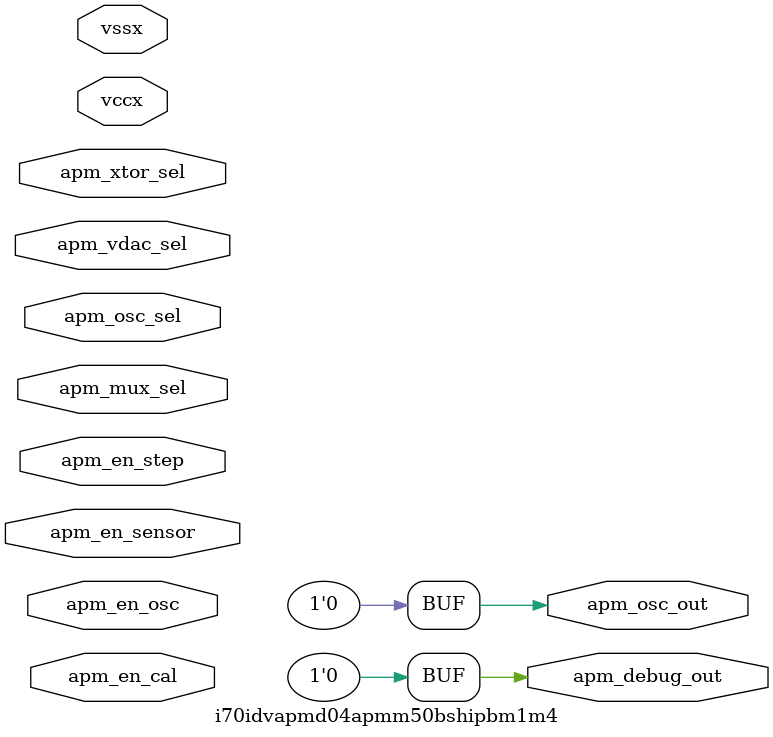
<source format=sv>
`timescale 1ps/100fs


`ifndef I70IDVAPMD04APMM50BSHIPBM1M4_SV
`define I70IDVAPMD04APMM50BSHIPBM1M4_SV

`celldefine
module i70idvapmd04apmm50bshipbm1m4 (
  
 // INPUT PORTS
  `ifndef INTEL_NO_PWR_PINS
     `ifdef INTC_UPF_FLOW

     `else
         inout wire vssx,
         inout wire vccx,
     `endif
  `endif

    input logic apm_en_cal,
    input logic apm_en_osc,
    input logic apm_en_sensor,
    input logic apm_en_step,
    input logic apm_osc_sel,

    input logic [1:0]  apm_xtor_sel,
    input logic [3:0]  apm_mux_sel,
    input logic [3:0]  apm_vdac_sel,

   // OUTPUT PORTS
    output  logic  apm_osc_out,  
    output  logic  apm_debug_out
);

assign apm_osc_out ='b0;
assign apm_debug_out ='b0;
endmodule   

`endif 

</source>
